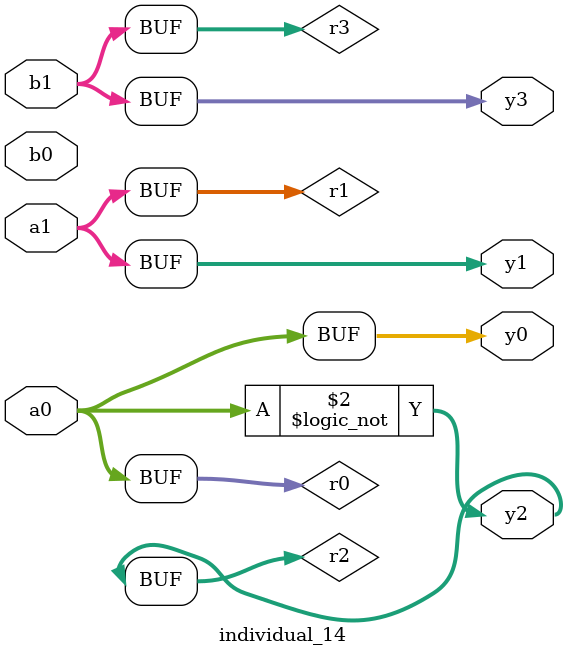
<source format=sv>
module individual_14(input logic [15:0] a1, input logic [15:0] a0, input logic [15:0] b1, input logic [15:0] b0, output logic [15:0] y3, output logic [15:0] y2, output logic [15:0] y1, output logic [15:0] y0);
logic [15:0] r0, r1, r2, r3; 
 always@(*) begin 
	 r0 = a0; r1 = a1; r2 = b0; r3 = b1; 
 	 r2 = ! a0 ;
 	 y3 = r3; y2 = r2; y1 = r1; y0 = r0; 
end
endmodule
</source>
